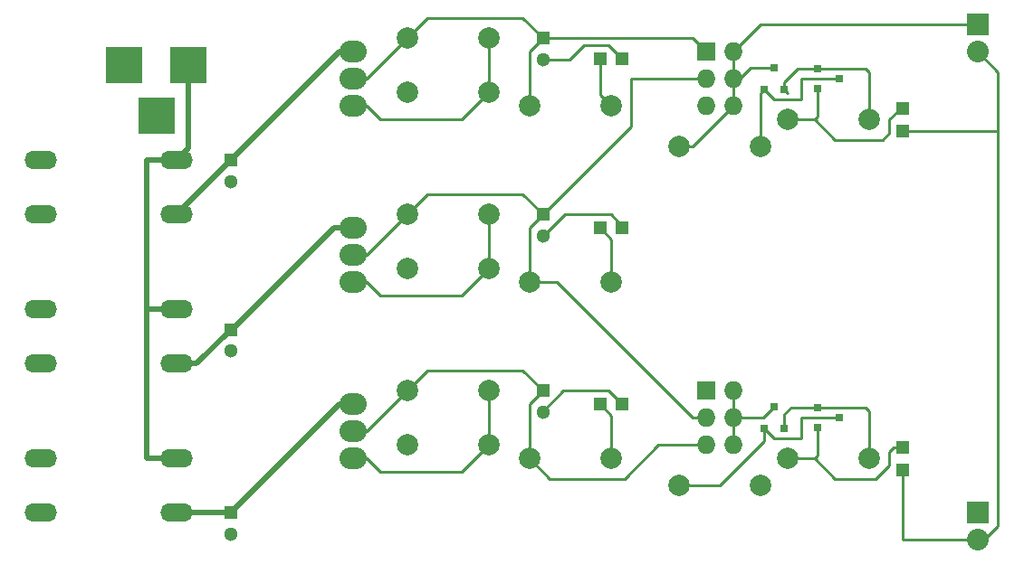
<source format=gbr>
G04 #@! TF.FileFunction,Copper,L1,Top,Signal*
%FSLAX46Y46*%
G04 Gerber Fmt 4.6, Leading zero omitted, Abs format (unit mm)*
G04 Created by KiCad (PCBNEW 4.0.2-stable) date 2016-04-17 11:37:32*
%MOMM*%
G01*
G04 APERTURE LIST*
%ADD10C,0.100000*%
%ADD11O,3.048000X1.727200*%
%ADD12C,1.998980*%
%ADD13R,0.800100X0.800100*%
%ADD14R,1.300000X1.300000*%
%ADD15C,1.300000*%
%ADD16R,3.500120X3.500120*%
%ADD17R,1.198880X1.198880*%
%ADD18R,1.727200X1.727200*%
%ADD19O,1.727200X1.727200*%
%ADD20R,2.032000X2.032000*%
%ADD21O,2.032000X2.032000*%
%ADD22O,2.540000X2.032000*%
%ADD23C,0.508000*%
%ADD24C,0.250000*%
G04 APERTURE END LIST*
D10*
D11*
X69850000Y-38100000D03*
X69850000Y-43180000D03*
X57150000Y-38100000D03*
X57150000Y-43180000D03*
D12*
X127000000Y-34290000D03*
X134620000Y-34290000D03*
D13*
X124780000Y-31480760D03*
X126680000Y-31480760D03*
X125730000Y-29481780D03*
D14*
X74930000Y-38100000D03*
D15*
X74930000Y-40100000D03*
D14*
X104140000Y-26670000D03*
D15*
X104140000Y-28670000D03*
D14*
X74930000Y-53975000D03*
D15*
X74930000Y-55975000D03*
D14*
X104140000Y-43180000D03*
D15*
X104140000Y-45180000D03*
D14*
X74930000Y-71120000D03*
D15*
X74930000Y-73120000D03*
D14*
X104140000Y-59690000D03*
D15*
X104140000Y-61690000D03*
D16*
X70970140Y-29210000D03*
X64970660Y-29210000D03*
X67970400Y-33909000D03*
D17*
X109440980Y-28575000D03*
X111539020Y-28575000D03*
X109440980Y-44450000D03*
X111539020Y-44450000D03*
X109440980Y-60960000D03*
X111539020Y-60960000D03*
X137795000Y-64990980D03*
X137795000Y-67089020D03*
X137795000Y-33240980D03*
X137795000Y-35339020D03*
D18*
X119380000Y-59690000D03*
D19*
X121920000Y-59690000D03*
X119380000Y-62230000D03*
X121920000Y-62230000D03*
X119380000Y-64770000D03*
X121920000Y-64770000D03*
D20*
X144780000Y-71120000D03*
D21*
X144780000Y-73660000D03*
D18*
X119380000Y-27940000D03*
D19*
X121920000Y-27940000D03*
X119380000Y-30480000D03*
X121920000Y-30480000D03*
X119380000Y-33020000D03*
X121920000Y-33020000D03*
D20*
X144780000Y-25400000D03*
D21*
X144780000Y-27940000D03*
D13*
X124780000Y-63230760D03*
X126680000Y-63230760D03*
X125730000Y-61231780D03*
X129809240Y-61280000D03*
X129809240Y-63180000D03*
X131808220Y-62230000D03*
X129809240Y-29530000D03*
X129809240Y-31430000D03*
X131808220Y-30480000D03*
D12*
X91440000Y-26670000D03*
X99060000Y-26670000D03*
X99060000Y-31750000D03*
X91440000Y-31750000D03*
X91440000Y-43180000D03*
X99060000Y-43180000D03*
X99060000Y-48260000D03*
X91440000Y-48260000D03*
X91440000Y-59690000D03*
X99060000Y-59690000D03*
X99060000Y-64770000D03*
X91440000Y-64770000D03*
X102870000Y-33020000D03*
X110490000Y-33020000D03*
X102870000Y-49530000D03*
X110490000Y-49530000D03*
X102870000Y-66040000D03*
X110490000Y-66040000D03*
X116840000Y-68580000D03*
X124460000Y-68580000D03*
X127000000Y-66040000D03*
X134620000Y-66040000D03*
X124460000Y-36830000D03*
X116840000Y-36830000D03*
D11*
X69850000Y-52070000D03*
X69850000Y-57150000D03*
X57150000Y-52070000D03*
X57150000Y-57150000D03*
X69850000Y-66040000D03*
X69850000Y-71120000D03*
X57150000Y-66040000D03*
X57150000Y-71120000D03*
D22*
X86360000Y-30480000D03*
X86360000Y-27940000D03*
X86360000Y-33020000D03*
X86360000Y-46990000D03*
X86360000Y-44450000D03*
X86360000Y-49530000D03*
X86360000Y-63500000D03*
X86360000Y-60960000D03*
X86360000Y-66040000D03*
D23*
X69850000Y-43180000D02*
X74930000Y-38100000D01*
X74930000Y-38100000D02*
X85090000Y-27940000D01*
X85090000Y-27940000D02*
X86360000Y-27940000D01*
D24*
X137795000Y-35339020D02*
X146685000Y-35339020D01*
X144780000Y-73660000D02*
X145415000Y-73660000D01*
X145415000Y-73660000D02*
X146685000Y-72390000D01*
X146685000Y-29845000D02*
X144780000Y-27940000D01*
X146685000Y-72390000D02*
X146685000Y-35560000D01*
X146685000Y-35560000D02*
X146685000Y-35339020D01*
X146685000Y-35339020D02*
X146685000Y-29845000D01*
X144780000Y-73660000D02*
X137795000Y-73660000D01*
X137795000Y-73660000D02*
X137795000Y-67089020D01*
X104140000Y-61690000D02*
X104140000Y-61595000D01*
X104140000Y-61595000D02*
X106045000Y-59690000D01*
X110269020Y-59690000D02*
X111539020Y-60960000D01*
X106045000Y-59690000D02*
X110269020Y-59690000D01*
X111539020Y-44450000D02*
X111539020Y-44229020D01*
X111539020Y-44229020D02*
X110490000Y-43180000D01*
X110490000Y-43180000D02*
X106140000Y-43180000D01*
X106140000Y-43180000D02*
X104140000Y-45180000D01*
X104140000Y-28670000D02*
X106585000Y-28670000D01*
X110269020Y-27305000D02*
X111539020Y-28575000D01*
X107950000Y-27305000D02*
X110269020Y-27305000D01*
X106585000Y-28670000D02*
X107950000Y-27305000D01*
X91440000Y-26670000D02*
X93345000Y-24765000D01*
X102235000Y-24765000D02*
X104140000Y-26670000D01*
X93345000Y-24765000D02*
X102235000Y-24765000D01*
X104140000Y-26670000D02*
X118110000Y-26670000D01*
X118110000Y-26670000D02*
X119380000Y-27940000D01*
X104140000Y-26670000D02*
X102870000Y-27940000D01*
X102870000Y-27940000D02*
X102870000Y-33020000D01*
X86360000Y-30480000D02*
X87630000Y-30480000D01*
X87630000Y-30480000D02*
X91440000Y-26670000D01*
D23*
X69850000Y-57150000D02*
X71755000Y-57150000D01*
X71755000Y-57150000D02*
X74930000Y-53975000D01*
X74930000Y-53975000D02*
X75057000Y-53975000D01*
X75057000Y-53975000D02*
X84582000Y-44450000D01*
X84582000Y-44450000D02*
X86360000Y-44450000D01*
D24*
X69850000Y-57150000D02*
X71120000Y-57150000D01*
X102870000Y-49530000D02*
X105410000Y-49530000D01*
X118110000Y-62230000D02*
X119380000Y-62230000D01*
X105410000Y-49530000D02*
X118110000Y-62230000D01*
X104140000Y-43180000D02*
X112395000Y-34925000D01*
X112395000Y-30480000D02*
X119380000Y-30480000D01*
X112395000Y-34925000D02*
X112395000Y-30480000D01*
X104140000Y-43180000D02*
X102870000Y-44450000D01*
X102870000Y-44450000D02*
X102870000Y-49530000D01*
X91440000Y-43180000D02*
X93345000Y-41275000D01*
X102235000Y-41275000D02*
X104140000Y-43180000D01*
X93345000Y-41275000D02*
X102235000Y-41275000D01*
X86360000Y-46990000D02*
X87630000Y-46990000D01*
X87630000Y-46990000D02*
X91440000Y-43180000D01*
D23*
X69850000Y-71120000D02*
X74930000Y-71120000D01*
X74930000Y-71120000D02*
X85090000Y-60960000D01*
X85090000Y-60960000D02*
X86360000Y-60960000D01*
D24*
X102870000Y-66040000D02*
X104775000Y-67945000D01*
X114935000Y-64770000D02*
X119380000Y-64770000D01*
X111760000Y-67945000D02*
X114935000Y-64770000D01*
X104775000Y-67945000D02*
X111760000Y-67945000D01*
X104140000Y-59690000D02*
X102870000Y-60960000D01*
X102870000Y-60960000D02*
X102870000Y-66040000D01*
X91440000Y-59690000D02*
X93345000Y-57785000D01*
X102235000Y-57785000D02*
X104140000Y-59690000D01*
X93345000Y-57785000D02*
X102235000Y-57785000D01*
X86360000Y-63500000D02*
X87630000Y-63500000D01*
X87630000Y-63500000D02*
X91440000Y-59690000D01*
D23*
X67056000Y-52070000D02*
X67056000Y-66040000D01*
X67056000Y-66040000D02*
X69850000Y-66040000D01*
X69850000Y-38100000D02*
X67056000Y-38100000D01*
X67056000Y-52070000D02*
X69850000Y-52070000D01*
X67056000Y-51562000D02*
X67056000Y-52070000D01*
X67056000Y-38100000D02*
X67056000Y-51562000D01*
X70970140Y-29210000D02*
X70970140Y-36979860D01*
X70970140Y-36979860D02*
X69850000Y-38100000D01*
D24*
X109440980Y-28575000D02*
X109440980Y-31970980D01*
X109440980Y-31970980D02*
X110490000Y-33020000D01*
X110490000Y-49530000D02*
X110490000Y-45499020D01*
X110490000Y-45499020D02*
X109440980Y-44450000D01*
X110490000Y-66040000D02*
X110490000Y-62009020D01*
X110490000Y-62009020D02*
X109440980Y-60960000D01*
X137795000Y-64990980D02*
X136939020Y-64990980D01*
X131445000Y-67945000D02*
X129540000Y-66040000D01*
X135255000Y-67945000D02*
X131445000Y-67945000D01*
X136525000Y-66675000D02*
X135255000Y-67945000D01*
X136525000Y-65405000D02*
X136525000Y-66675000D01*
X136939020Y-64990980D02*
X136525000Y-65405000D01*
X127000000Y-66040000D02*
X129540000Y-66040000D01*
X129809240Y-65770760D02*
X129809240Y-63180000D01*
X129540000Y-66040000D02*
X129809240Y-65770760D01*
X137795000Y-33240980D02*
X137574020Y-33240980D01*
X137574020Y-33240980D02*
X136525000Y-34290000D01*
X136525000Y-34290000D02*
X136525000Y-35560000D01*
X136525000Y-35560000D02*
X135890000Y-36195000D01*
X135890000Y-36195000D02*
X131445000Y-36195000D01*
X131445000Y-36195000D02*
X129540000Y-34290000D01*
X127000000Y-34290000D02*
X129540000Y-34290000D01*
X129809240Y-34020760D02*
X129809240Y-31430000D01*
X129540000Y-34290000D02*
X129809240Y-34020760D01*
X121920000Y-62230000D02*
X124731780Y-62230000D01*
X124731780Y-62230000D02*
X125730000Y-61231780D01*
X121920000Y-64770000D02*
X121920000Y-62230000D01*
X121920000Y-59690000D02*
X121920000Y-62230000D01*
X121920000Y-30480000D02*
X122555000Y-30480000D01*
X122555000Y-30480000D02*
X123553220Y-29481780D01*
X123553220Y-29481780D02*
X125730000Y-29481780D01*
X116840000Y-36830000D02*
X118110000Y-36830000D01*
X118110000Y-36830000D02*
X121920000Y-33020000D01*
X121920000Y-27940000D02*
X124460000Y-25400000D01*
X124460000Y-25400000D02*
X144780000Y-25400000D01*
X121920000Y-27940000D02*
X121920000Y-30480000D01*
X121920000Y-33020000D02*
X121920000Y-30480000D01*
X116840000Y-68580000D02*
X120650000Y-68580000D01*
X124780000Y-64450000D02*
X124780000Y-63230760D01*
X120650000Y-68580000D02*
X124780000Y-64450000D01*
X124780000Y-63230760D02*
X124825760Y-63230760D01*
X124825760Y-63230760D02*
X125730000Y-64135000D01*
X125730000Y-64135000D02*
X128270000Y-64135000D01*
X128270000Y-64135000D02*
X128270000Y-62230000D01*
X128270000Y-62230000D02*
X131808220Y-62230000D01*
X129809240Y-61280000D02*
X134305000Y-61280000D01*
X134620000Y-61595000D02*
X134620000Y-66040000D01*
X134305000Y-61280000D02*
X134620000Y-61595000D01*
X126680000Y-63230760D02*
X126680000Y-61915000D01*
X127315000Y-61280000D02*
X129809240Y-61280000D01*
X126680000Y-61915000D02*
X127315000Y-61280000D01*
X131808220Y-30480000D02*
X128270000Y-30480000D01*
X125730000Y-32385000D02*
X124825760Y-31480760D01*
X128270000Y-32385000D02*
X125730000Y-32385000D01*
X128270000Y-30480000D02*
X128270000Y-32385000D01*
X124825760Y-31480760D02*
X124780000Y-31480760D01*
X124460000Y-36830000D02*
X124460000Y-31800760D01*
X124460000Y-31800760D02*
X124780000Y-31480760D01*
X124780000Y-31480760D02*
X124780000Y-31430000D01*
X129809240Y-29530000D02*
X134305000Y-29530000D01*
X134620000Y-29845000D02*
X134620000Y-34290000D01*
X134305000Y-29530000D02*
X134620000Y-29845000D01*
X126680000Y-31480760D02*
X126680000Y-30800000D01*
X127950000Y-29530000D02*
X129809240Y-29530000D01*
X126680000Y-30800000D02*
X127950000Y-29530000D01*
X127000000Y-31800760D02*
X126680000Y-31480760D01*
X99060000Y-26670000D02*
X99060000Y-31750000D01*
X86360000Y-33020000D02*
X87630000Y-33020000D01*
X96520000Y-34290000D02*
X99060000Y-31750000D01*
X88900000Y-34290000D02*
X96520000Y-34290000D01*
X87630000Y-33020000D02*
X88900000Y-34290000D01*
X99060000Y-48260000D02*
X99060000Y-43180000D01*
X86360000Y-49530000D02*
X87630000Y-49530000D01*
X96520000Y-50800000D02*
X99060000Y-48260000D01*
X88900000Y-50800000D02*
X96520000Y-50800000D01*
X87630000Y-49530000D02*
X88900000Y-50800000D01*
X99060000Y-64770000D02*
X99060000Y-59690000D01*
X86360000Y-66040000D02*
X87630000Y-66040000D01*
X96520000Y-67310000D02*
X99060000Y-64770000D01*
X88900000Y-67310000D02*
X96520000Y-67310000D01*
X87630000Y-66040000D02*
X88900000Y-67310000D01*
M02*

</source>
